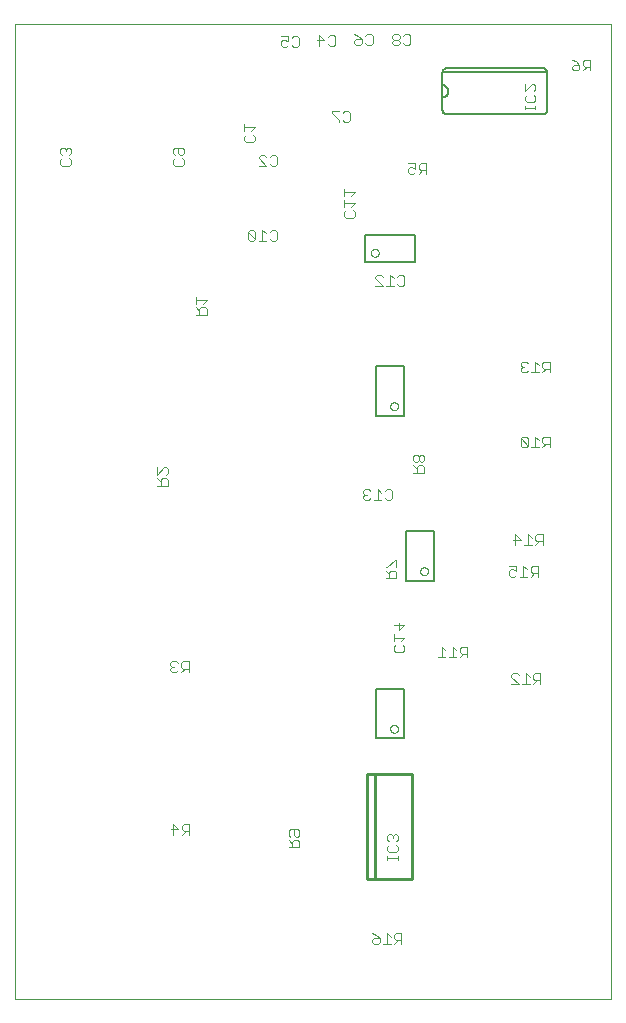
<source format=gbo>
G75*
%MOIN*%
%OFA0B0*%
%FSLAX25Y25*%
%IPPOS*%
%LPD*%
%AMOC8*
5,1,8,0,0,1.08239X$1,22.5*
%
%ADD10C,0.00000*%
%ADD11C,0.01000*%
%ADD12C,0.00300*%
%ADD13C,0.00600*%
%ADD14C,0.00400*%
%ADD15C,0.00800*%
D10*
X0003000Y0001000D02*
X0003000Y0325961D01*
X0201701Y0325961D01*
X0201701Y0001000D01*
X0003000Y0001000D01*
D11*
X0120500Y0041000D02*
X0120500Y0076000D01*
X0123000Y0076000D01*
X0123000Y0041000D01*
X0120500Y0041000D01*
X0123000Y0041000D02*
X0135500Y0041000D01*
X0135500Y0076000D01*
X0123000Y0076000D01*
D12*
X0127746Y0055819D02*
X0127139Y0055213D01*
X0127139Y0053999D01*
X0127746Y0053393D01*
X0127746Y0052194D02*
X0127139Y0051588D01*
X0127139Y0050374D01*
X0127746Y0049767D01*
X0130173Y0049767D01*
X0130779Y0050374D01*
X0130779Y0051588D01*
X0130173Y0052194D01*
X0130173Y0053393D02*
X0130779Y0053999D01*
X0130779Y0055213D01*
X0130173Y0055819D01*
X0129566Y0055819D01*
X0128959Y0055213D01*
X0128353Y0055819D01*
X0127746Y0055819D01*
X0128959Y0055213D02*
X0128959Y0054606D01*
X0127139Y0048564D02*
X0127139Y0047351D01*
X0127139Y0047957D02*
X0130779Y0047957D01*
X0130779Y0047351D02*
X0130779Y0048564D01*
X0130020Y0022889D02*
X0129413Y0022282D01*
X0129413Y0021069D01*
X0130020Y0020462D01*
X0131840Y0020462D01*
X0131840Y0019249D02*
X0131840Y0022889D01*
X0130020Y0022889D01*
X0128214Y0021676D02*
X0127001Y0022889D01*
X0127001Y0019249D01*
X0128214Y0019249D02*
X0125788Y0019249D01*
X0124589Y0019855D02*
X0124589Y0021069D01*
X0122769Y0021069D01*
X0122163Y0020462D01*
X0122163Y0019855D01*
X0122769Y0019249D01*
X0123983Y0019249D01*
X0124589Y0019855D01*
X0124589Y0021069D02*
X0123376Y0022282D01*
X0122163Y0022889D01*
X0129413Y0019249D02*
X0130626Y0020462D01*
X0097853Y0051400D02*
X0097853Y0053220D01*
X0097246Y0053826D01*
X0096033Y0053826D01*
X0095426Y0053220D01*
X0095426Y0051400D01*
X0094213Y0051400D02*
X0097853Y0051400D01*
X0095426Y0052613D02*
X0094213Y0053826D01*
X0094820Y0055025D02*
X0094213Y0055632D01*
X0094213Y0056845D01*
X0094820Y0057452D01*
X0097246Y0057452D01*
X0097853Y0056845D01*
X0097853Y0055632D01*
X0097246Y0055025D01*
X0096640Y0055025D01*
X0096033Y0055632D01*
X0096033Y0057452D01*
X0061126Y0056847D02*
X0059306Y0056847D01*
X0058699Y0057454D01*
X0058699Y0058667D01*
X0059306Y0059274D01*
X0061126Y0059274D01*
X0061126Y0055634D01*
X0059913Y0056847D02*
X0058699Y0055634D01*
X0057501Y0057454D02*
X0055074Y0057454D01*
X0055681Y0055634D02*
X0055681Y0059274D01*
X0057501Y0057454D01*
X0056642Y0109769D02*
X0057248Y0110375D01*
X0056642Y0109769D02*
X0055428Y0109769D01*
X0054822Y0110375D01*
X0054822Y0110982D01*
X0055428Y0111589D01*
X0056035Y0111589D01*
X0055428Y0111589D02*
X0054822Y0112195D01*
X0054822Y0112802D01*
X0055428Y0113409D01*
X0056642Y0113409D01*
X0057248Y0112802D01*
X0058447Y0112802D02*
X0058447Y0111589D01*
X0059053Y0110982D01*
X0060873Y0110982D01*
X0059660Y0110982D02*
X0058447Y0109769D01*
X0058447Y0112802D02*
X0059053Y0113409D01*
X0060873Y0113409D01*
X0060873Y0109769D01*
X0053967Y0172026D02*
X0050327Y0172026D01*
X0051541Y0172026D02*
X0051541Y0173846D01*
X0052147Y0174453D01*
X0053361Y0174453D01*
X0053967Y0173846D01*
X0053967Y0172026D01*
X0051541Y0173239D02*
X0050327Y0174453D01*
X0050327Y0175651D02*
X0052754Y0178078D01*
X0053361Y0178078D01*
X0053967Y0177471D01*
X0053967Y0176258D01*
X0053361Y0175651D01*
X0050327Y0175651D02*
X0050327Y0178078D01*
X0063308Y0228986D02*
X0066948Y0228986D01*
X0066948Y0230806D01*
X0066341Y0231413D01*
X0065128Y0231413D01*
X0064521Y0230806D01*
X0064521Y0228986D01*
X0064521Y0230199D02*
X0063308Y0231413D01*
X0063308Y0232611D02*
X0063308Y0235038D01*
X0063308Y0233824D02*
X0066948Y0233824D01*
X0065735Y0232611D01*
X0081280Y0253650D02*
X0080673Y0254257D01*
X0080673Y0256683D01*
X0083100Y0254257D01*
X0082493Y0253650D01*
X0081280Y0253650D01*
X0083100Y0254257D02*
X0083100Y0256683D01*
X0082493Y0257290D01*
X0081280Y0257290D01*
X0080673Y0256683D01*
X0084298Y0253650D02*
X0086725Y0253650D01*
X0085512Y0253650D02*
X0085512Y0257290D01*
X0086725Y0256077D01*
X0087923Y0256683D02*
X0088530Y0257290D01*
X0089743Y0257290D01*
X0090350Y0256683D01*
X0090350Y0254257D01*
X0089743Y0253650D01*
X0088530Y0253650D01*
X0087923Y0254257D01*
X0088530Y0278650D02*
X0087923Y0279257D01*
X0088530Y0278650D02*
X0089743Y0278650D01*
X0090350Y0279257D01*
X0090350Y0281683D01*
X0089743Y0282290D01*
X0088530Y0282290D01*
X0087923Y0281683D01*
X0086725Y0281683D02*
X0086118Y0282290D01*
X0084905Y0282290D01*
X0084298Y0281683D01*
X0084298Y0281077D01*
X0086725Y0278650D01*
X0084298Y0278650D01*
X0082395Y0286543D02*
X0079968Y0286543D01*
X0079361Y0287150D01*
X0079361Y0288363D01*
X0079968Y0288970D01*
X0079361Y0290168D02*
X0079361Y0292595D01*
X0079361Y0291382D02*
X0083001Y0291382D01*
X0081788Y0290168D01*
X0082395Y0288970D02*
X0083001Y0288363D01*
X0083001Y0287150D01*
X0082395Y0286543D01*
X0092208Y0318264D02*
X0093421Y0318264D01*
X0094028Y0318871D01*
X0095227Y0318871D02*
X0095833Y0318264D01*
X0097047Y0318264D01*
X0097653Y0318871D01*
X0097653Y0321298D01*
X0097047Y0321904D01*
X0095833Y0321904D01*
X0095227Y0321298D01*
X0094028Y0321904D02*
X0094028Y0320084D01*
X0092815Y0320691D01*
X0092208Y0320691D01*
X0091601Y0320084D01*
X0091601Y0318871D01*
X0092208Y0318264D01*
X0091601Y0321904D02*
X0094028Y0321904D01*
X0103760Y0320439D02*
X0106186Y0320439D01*
X0104366Y0322259D01*
X0104366Y0318619D01*
X0107385Y0319226D02*
X0107991Y0318619D01*
X0109205Y0318619D01*
X0109811Y0319226D01*
X0109811Y0321652D01*
X0109205Y0322259D01*
X0107991Y0322259D01*
X0107385Y0321652D01*
X0116195Y0322531D02*
X0117408Y0321924D01*
X0118622Y0320711D01*
X0116802Y0320711D01*
X0116195Y0320104D01*
X0116195Y0319497D01*
X0116802Y0318891D01*
X0118015Y0318891D01*
X0118622Y0319497D01*
X0118622Y0320711D01*
X0119820Y0321924D02*
X0120427Y0322531D01*
X0121640Y0322531D01*
X0122247Y0321924D01*
X0122247Y0319497D01*
X0121640Y0318891D01*
X0120427Y0318891D01*
X0119820Y0319497D01*
X0128770Y0319430D02*
X0129377Y0318823D01*
X0130590Y0318823D01*
X0131197Y0319430D01*
X0131197Y0320037D01*
X0130590Y0320643D01*
X0129377Y0320643D01*
X0128770Y0320037D01*
X0128770Y0319430D01*
X0129377Y0320643D02*
X0128770Y0321250D01*
X0128770Y0321857D01*
X0129377Y0322463D01*
X0130590Y0322463D01*
X0131197Y0321857D01*
X0131197Y0321250D01*
X0130590Y0320643D01*
X0132395Y0319430D02*
X0133002Y0318823D01*
X0134215Y0318823D01*
X0134822Y0319430D01*
X0134822Y0321857D01*
X0134215Y0322463D01*
X0133002Y0322463D01*
X0132395Y0321857D01*
X0114039Y0296930D02*
X0114645Y0296323D01*
X0114645Y0293897D01*
X0114039Y0293290D01*
X0112825Y0293290D01*
X0112219Y0293897D01*
X0111020Y0293897D02*
X0111020Y0293290D01*
X0111020Y0293897D02*
X0108594Y0296323D01*
X0108594Y0296930D01*
X0111020Y0296930D01*
X0112219Y0296323D02*
X0112825Y0296930D01*
X0114039Y0296930D01*
X0112620Y0270959D02*
X0112620Y0268533D01*
X0112620Y0267334D02*
X0112620Y0264907D01*
X0112620Y0266121D02*
X0116260Y0266121D01*
X0115047Y0264907D01*
X0115653Y0263709D02*
X0116260Y0263102D01*
X0116260Y0261889D01*
X0115653Y0261282D01*
X0113227Y0261282D01*
X0112620Y0261889D01*
X0112620Y0263102D01*
X0113227Y0263709D01*
X0115047Y0268533D02*
X0116260Y0269746D01*
X0112620Y0269746D01*
X0123780Y0242290D02*
X0123173Y0241683D01*
X0123173Y0241077D01*
X0125600Y0238650D01*
X0123173Y0238650D01*
X0123780Y0242290D02*
X0124993Y0242290D01*
X0125600Y0241683D01*
X0126798Y0238650D02*
X0129225Y0238650D01*
X0128012Y0238650D02*
X0128012Y0242290D01*
X0129225Y0241077D01*
X0130423Y0241683D02*
X0131030Y0242290D01*
X0132243Y0242290D01*
X0132850Y0241683D01*
X0132850Y0239257D01*
X0132243Y0238650D01*
X0131030Y0238650D01*
X0130423Y0239257D01*
X0134597Y0275835D02*
X0135811Y0275835D01*
X0136417Y0276442D01*
X0136417Y0277655D02*
X0135204Y0278262D01*
X0134597Y0278262D01*
X0133990Y0277655D01*
X0133990Y0276442D01*
X0134597Y0275835D01*
X0136417Y0277655D02*
X0136417Y0279475D01*
X0133990Y0279475D01*
X0137616Y0278868D02*
X0137616Y0277655D01*
X0138222Y0277048D01*
X0140042Y0277048D01*
X0140042Y0275835D02*
X0140042Y0279475D01*
X0138222Y0279475D01*
X0137616Y0278868D01*
X0138829Y0277048D02*
X0137616Y0275835D01*
X0172155Y0213353D02*
X0171548Y0212746D01*
X0171548Y0212140D01*
X0172155Y0211533D01*
X0171548Y0210926D01*
X0171548Y0210320D01*
X0172155Y0209713D01*
X0173368Y0209713D01*
X0173975Y0210320D01*
X0175174Y0209713D02*
X0177600Y0209713D01*
X0178799Y0209713D02*
X0180012Y0210926D01*
X0179405Y0210926D02*
X0181225Y0210926D01*
X0181225Y0209713D02*
X0181225Y0213353D01*
X0179405Y0213353D01*
X0178799Y0212746D01*
X0178799Y0211533D01*
X0179405Y0210926D01*
X0177600Y0212140D02*
X0176387Y0213353D01*
X0176387Y0209713D01*
X0173975Y0212746D02*
X0173368Y0213353D01*
X0172155Y0213353D01*
X0172155Y0211533D02*
X0172762Y0211533D01*
X0173368Y0188353D02*
X0172155Y0188353D01*
X0171548Y0187746D01*
X0173975Y0185320D01*
X0173368Y0184713D01*
X0172155Y0184713D01*
X0171548Y0185320D01*
X0171548Y0187746D01*
X0173368Y0188353D02*
X0173975Y0187746D01*
X0173975Y0185320D01*
X0175174Y0184713D02*
X0177600Y0184713D01*
X0178799Y0184713D02*
X0180012Y0185926D01*
X0179405Y0185926D02*
X0181225Y0185926D01*
X0181225Y0184713D02*
X0181225Y0188353D01*
X0179405Y0188353D01*
X0178799Y0187746D01*
X0178799Y0186533D01*
X0179405Y0185926D01*
X0177600Y0187140D02*
X0176387Y0188353D01*
X0176387Y0184713D01*
X0177047Y0155853D02*
X0176440Y0155246D01*
X0176440Y0154033D01*
X0177047Y0153426D01*
X0178867Y0153426D01*
X0178867Y0152213D02*
X0178867Y0155853D01*
X0177047Y0155853D01*
X0175242Y0154640D02*
X0174028Y0155853D01*
X0174028Y0152213D01*
X0172815Y0152213D02*
X0175242Y0152213D01*
X0176440Y0152213D02*
X0177654Y0153426D01*
X0177336Y0145287D02*
X0175516Y0145287D01*
X0174909Y0144680D01*
X0174909Y0143467D01*
X0175516Y0142860D01*
X0177336Y0142860D01*
X0176123Y0142860D02*
X0174909Y0141647D01*
X0173711Y0141647D02*
X0171284Y0141647D01*
X0172498Y0141647D02*
X0172498Y0145287D01*
X0173711Y0144073D01*
X0170086Y0143467D02*
X0168873Y0144073D01*
X0168266Y0144073D01*
X0167659Y0143467D01*
X0167659Y0142253D01*
X0168266Y0141647D01*
X0169479Y0141647D01*
X0170086Y0142253D01*
X0170086Y0143467D02*
X0170086Y0145287D01*
X0167659Y0145287D01*
X0169797Y0152213D02*
X0169797Y0155853D01*
X0171617Y0154033D01*
X0169190Y0154033D01*
X0177336Y0145287D02*
X0177336Y0141647D01*
X0178188Y0109476D02*
X0176368Y0109476D01*
X0175761Y0108869D01*
X0175761Y0107656D01*
X0176368Y0107049D01*
X0178188Y0107049D01*
X0178188Y0105836D02*
X0178188Y0109476D01*
X0176975Y0107049D02*
X0175761Y0105836D01*
X0174563Y0105836D02*
X0172136Y0105836D01*
X0170938Y0105836D02*
X0168511Y0108262D01*
X0168511Y0108869D01*
X0169118Y0109476D01*
X0170331Y0109476D01*
X0170938Y0108869D01*
X0173349Y0109476D02*
X0173349Y0105836D01*
X0170938Y0105836D02*
X0168511Y0105836D01*
X0173349Y0109476D02*
X0174563Y0108262D01*
X0153725Y0114713D02*
X0153725Y0118353D01*
X0151905Y0118353D01*
X0151299Y0117746D01*
X0151299Y0116533D01*
X0151905Y0115926D01*
X0153725Y0115926D01*
X0152512Y0115926D02*
X0151299Y0114713D01*
X0150100Y0114713D02*
X0147674Y0114713D01*
X0146475Y0114713D02*
X0144048Y0114713D01*
X0145262Y0114713D02*
X0145262Y0118353D01*
X0146475Y0117140D01*
X0148887Y0118353D02*
X0148887Y0114713D01*
X0150100Y0117140D02*
X0148887Y0118353D01*
X0132847Y0118340D02*
X0132847Y0117126D01*
X0132240Y0116520D01*
X0129813Y0116520D01*
X0129207Y0117126D01*
X0129207Y0118340D01*
X0129813Y0118947D01*
X0129207Y0120145D02*
X0129207Y0122572D01*
X0129207Y0121358D02*
X0132847Y0121358D01*
X0131633Y0120145D01*
X0132240Y0118947D02*
X0132847Y0118340D01*
X0131027Y0123770D02*
X0131027Y0126197D01*
X0132847Y0125590D02*
X0131027Y0123770D01*
X0129207Y0125590D02*
X0132847Y0125590D01*
X0130184Y0141243D02*
X0126544Y0141243D01*
X0127758Y0141243D02*
X0127758Y0143063D01*
X0128364Y0143669D01*
X0129578Y0143669D01*
X0130184Y0143063D01*
X0130184Y0141243D01*
X0127758Y0142456D02*
X0126544Y0143669D01*
X0126544Y0144868D02*
X0127151Y0144868D01*
X0129578Y0147294D01*
X0130184Y0147294D01*
X0130184Y0144868D01*
X0128119Y0167213D02*
X0126905Y0167213D01*
X0126299Y0167820D01*
X0125100Y0167213D02*
X0122674Y0167213D01*
X0123887Y0167213D02*
X0123887Y0170853D01*
X0125100Y0169640D01*
X0126299Y0170246D02*
X0126905Y0170853D01*
X0128119Y0170853D01*
X0128725Y0170246D01*
X0128725Y0167820D01*
X0128119Y0167213D01*
X0135798Y0176315D02*
X0139438Y0176315D01*
X0139438Y0178135D01*
X0138831Y0178741D01*
X0137618Y0178741D01*
X0137011Y0178135D01*
X0137011Y0176315D01*
X0137011Y0177528D02*
X0135798Y0178741D01*
X0136404Y0179940D02*
X0135798Y0180546D01*
X0135798Y0181760D01*
X0136404Y0182366D01*
X0137011Y0182366D01*
X0137618Y0181760D01*
X0137618Y0180546D01*
X0138225Y0179940D01*
X0138831Y0179940D01*
X0139438Y0180546D01*
X0139438Y0181760D01*
X0138831Y0182366D01*
X0138225Y0182366D01*
X0137618Y0181760D01*
X0137618Y0180546D02*
X0137011Y0179940D01*
X0136404Y0179940D01*
X0121475Y0170246D02*
X0120868Y0170853D01*
X0119655Y0170853D01*
X0119048Y0170246D01*
X0119048Y0169640D01*
X0119655Y0169033D01*
X0119048Y0168426D01*
X0119048Y0167820D01*
X0119655Y0167213D01*
X0120868Y0167213D01*
X0121475Y0167820D01*
X0120262Y0169033D02*
X0119655Y0169033D01*
X0058683Y0278650D02*
X0056257Y0278650D01*
X0055650Y0279257D01*
X0055650Y0280470D01*
X0056257Y0281077D01*
X0056257Y0282275D02*
X0055650Y0282882D01*
X0055650Y0284095D01*
X0056257Y0284702D01*
X0058683Y0284702D01*
X0059290Y0284095D01*
X0059290Y0282882D01*
X0058683Y0282275D01*
X0058077Y0282275D01*
X0057470Y0282882D01*
X0057470Y0284702D01*
X0058683Y0281077D02*
X0059290Y0280470D01*
X0059290Y0279257D01*
X0058683Y0278650D01*
X0021790Y0279257D02*
X0021183Y0278650D01*
X0018757Y0278650D01*
X0018150Y0279257D01*
X0018150Y0280470D01*
X0018757Y0281077D01*
X0018757Y0282275D02*
X0018150Y0282882D01*
X0018150Y0284095D01*
X0018757Y0284702D01*
X0019363Y0284702D01*
X0019970Y0284095D01*
X0019970Y0283488D01*
X0019970Y0284095D02*
X0020577Y0284702D01*
X0021183Y0284702D01*
X0021790Y0284095D01*
X0021790Y0282882D01*
X0021183Y0282275D01*
X0021183Y0281077D02*
X0021790Y0280470D01*
X0021790Y0279257D01*
X0188710Y0310998D02*
X0188710Y0311605D01*
X0189317Y0312212D01*
X0191137Y0312212D01*
X0191137Y0310998D01*
X0190530Y0310392D01*
X0189317Y0310392D01*
X0188710Y0310998D01*
X0189923Y0313425D02*
X0191137Y0312212D01*
X0192335Y0312212D02*
X0192942Y0311605D01*
X0194762Y0311605D01*
X0194762Y0310392D02*
X0194762Y0314032D01*
X0192942Y0314032D01*
X0192335Y0313425D01*
X0192335Y0312212D01*
X0193549Y0311605D02*
X0192335Y0310392D01*
X0189923Y0313425D02*
X0188710Y0314032D01*
D13*
X0180500Y0309800D02*
X0145500Y0309800D01*
X0145500Y0309700D02*
X0145500Y0305500D01*
X0145500Y0301500D01*
X0145500Y0297300D01*
X0145502Y0297224D01*
X0145508Y0297148D01*
X0145517Y0297073D01*
X0145531Y0296998D01*
X0145548Y0296924D01*
X0145569Y0296851D01*
X0145593Y0296779D01*
X0145622Y0296708D01*
X0145653Y0296639D01*
X0145688Y0296572D01*
X0145727Y0296507D01*
X0145769Y0296443D01*
X0145814Y0296382D01*
X0145862Y0296323D01*
X0145913Y0296267D01*
X0145967Y0296213D01*
X0146023Y0296162D01*
X0146082Y0296114D01*
X0146143Y0296069D01*
X0146207Y0296027D01*
X0146272Y0295988D01*
X0146339Y0295953D01*
X0146408Y0295922D01*
X0146479Y0295893D01*
X0146551Y0295869D01*
X0146624Y0295848D01*
X0146698Y0295831D01*
X0146773Y0295817D01*
X0146848Y0295808D01*
X0146924Y0295802D01*
X0147000Y0295800D01*
X0179000Y0295800D01*
X0179076Y0295802D01*
X0179152Y0295808D01*
X0179227Y0295817D01*
X0179302Y0295831D01*
X0179376Y0295848D01*
X0179449Y0295869D01*
X0179521Y0295893D01*
X0179592Y0295922D01*
X0179661Y0295953D01*
X0179728Y0295988D01*
X0179793Y0296027D01*
X0179857Y0296069D01*
X0179918Y0296114D01*
X0179977Y0296162D01*
X0180033Y0296213D01*
X0180087Y0296267D01*
X0180138Y0296323D01*
X0180186Y0296382D01*
X0180231Y0296443D01*
X0180273Y0296507D01*
X0180312Y0296572D01*
X0180347Y0296639D01*
X0180378Y0296708D01*
X0180407Y0296779D01*
X0180431Y0296851D01*
X0180452Y0296924D01*
X0180469Y0296998D01*
X0180483Y0297073D01*
X0180492Y0297148D01*
X0180498Y0297224D01*
X0180500Y0297300D01*
X0180500Y0309700D01*
X0180498Y0309776D01*
X0180492Y0309852D01*
X0180483Y0309927D01*
X0180469Y0310002D01*
X0180452Y0310076D01*
X0180431Y0310149D01*
X0180407Y0310221D01*
X0180378Y0310292D01*
X0180347Y0310361D01*
X0180312Y0310428D01*
X0180273Y0310493D01*
X0180231Y0310557D01*
X0180186Y0310618D01*
X0180138Y0310677D01*
X0180087Y0310733D01*
X0180033Y0310787D01*
X0179977Y0310838D01*
X0179918Y0310886D01*
X0179857Y0310931D01*
X0179793Y0310973D01*
X0179728Y0311012D01*
X0179661Y0311047D01*
X0179592Y0311078D01*
X0179521Y0311107D01*
X0179449Y0311131D01*
X0179376Y0311152D01*
X0179302Y0311169D01*
X0179227Y0311183D01*
X0179152Y0311192D01*
X0179076Y0311198D01*
X0179000Y0311200D01*
X0147000Y0311200D01*
X0146924Y0311198D01*
X0146848Y0311192D01*
X0146773Y0311183D01*
X0146698Y0311169D01*
X0146624Y0311152D01*
X0146551Y0311131D01*
X0146479Y0311107D01*
X0146408Y0311078D01*
X0146339Y0311047D01*
X0146272Y0311012D01*
X0146207Y0310973D01*
X0146143Y0310931D01*
X0146082Y0310886D01*
X0146023Y0310838D01*
X0145967Y0310787D01*
X0145913Y0310733D01*
X0145862Y0310677D01*
X0145814Y0310618D01*
X0145769Y0310557D01*
X0145727Y0310493D01*
X0145688Y0310428D01*
X0145653Y0310361D01*
X0145622Y0310292D01*
X0145593Y0310221D01*
X0145569Y0310149D01*
X0145548Y0310076D01*
X0145531Y0310002D01*
X0145517Y0309927D01*
X0145508Y0309852D01*
X0145502Y0309776D01*
X0145500Y0309700D01*
X0145500Y0305500D02*
X0145588Y0305498D01*
X0145677Y0305492D01*
X0145765Y0305482D01*
X0145852Y0305469D01*
X0145939Y0305451D01*
X0146025Y0305430D01*
X0146110Y0305405D01*
X0146193Y0305376D01*
X0146276Y0305343D01*
X0146356Y0305307D01*
X0146435Y0305268D01*
X0146513Y0305225D01*
X0146588Y0305178D01*
X0146661Y0305128D01*
X0146732Y0305075D01*
X0146801Y0305019D01*
X0146867Y0304960D01*
X0146930Y0304898D01*
X0146990Y0304834D01*
X0147048Y0304767D01*
X0147102Y0304697D01*
X0147154Y0304625D01*
X0147202Y0304551D01*
X0147247Y0304474D01*
X0147288Y0304396D01*
X0147326Y0304316D01*
X0147360Y0304235D01*
X0147391Y0304152D01*
X0147418Y0304067D01*
X0147441Y0303982D01*
X0147460Y0303896D01*
X0147476Y0303808D01*
X0147488Y0303721D01*
X0147496Y0303633D01*
X0147500Y0303544D01*
X0147500Y0303456D01*
X0147496Y0303367D01*
X0147488Y0303279D01*
X0147476Y0303192D01*
X0147460Y0303104D01*
X0147441Y0303018D01*
X0147418Y0302933D01*
X0147391Y0302848D01*
X0147360Y0302765D01*
X0147326Y0302684D01*
X0147288Y0302604D01*
X0147247Y0302526D01*
X0147202Y0302449D01*
X0147154Y0302375D01*
X0147102Y0302303D01*
X0147048Y0302233D01*
X0146990Y0302166D01*
X0146930Y0302102D01*
X0146867Y0302040D01*
X0146801Y0301981D01*
X0146732Y0301925D01*
X0146661Y0301872D01*
X0146588Y0301822D01*
X0146513Y0301775D01*
X0146435Y0301732D01*
X0146356Y0301693D01*
X0146276Y0301657D01*
X0146193Y0301624D01*
X0146110Y0301595D01*
X0146025Y0301570D01*
X0145939Y0301549D01*
X0145852Y0301531D01*
X0145765Y0301518D01*
X0145677Y0301508D01*
X0145588Y0301502D01*
X0145500Y0301500D01*
D14*
X0172958Y0301613D02*
X0173548Y0302203D01*
X0172958Y0301613D02*
X0172958Y0300433D01*
X0173548Y0299843D01*
X0175908Y0299843D01*
X0176498Y0300433D01*
X0176498Y0301613D01*
X0175908Y0302203D01*
X0175908Y0303468D02*
X0176498Y0304058D01*
X0176498Y0305238D01*
X0175908Y0305828D01*
X0175318Y0305828D01*
X0172958Y0303468D01*
X0172958Y0305828D01*
X0172958Y0298606D02*
X0172958Y0297426D01*
X0172958Y0298016D02*
X0176498Y0298016D01*
X0176498Y0297426D02*
X0176498Y0298606D01*
X0121622Y0249606D02*
X0121624Y0249678D01*
X0121630Y0249750D01*
X0121640Y0249821D01*
X0121653Y0249892D01*
X0121671Y0249962D01*
X0121692Y0250031D01*
X0121717Y0250098D01*
X0121746Y0250164D01*
X0121778Y0250229D01*
X0121814Y0250291D01*
X0121853Y0250352D01*
X0121895Y0250410D01*
X0121941Y0250466D01*
X0121989Y0250519D01*
X0122041Y0250570D01*
X0122095Y0250618D01*
X0122151Y0250662D01*
X0122210Y0250704D01*
X0122271Y0250742D01*
X0122334Y0250777D01*
X0122399Y0250809D01*
X0122466Y0250836D01*
X0122533Y0250860D01*
X0122603Y0250881D01*
X0122673Y0250897D01*
X0122744Y0250910D01*
X0122815Y0250919D01*
X0122887Y0250924D01*
X0122959Y0250925D01*
X0123031Y0250922D01*
X0123103Y0250915D01*
X0123174Y0250904D01*
X0123245Y0250890D01*
X0123314Y0250871D01*
X0123383Y0250849D01*
X0123450Y0250823D01*
X0123516Y0250793D01*
X0123580Y0250760D01*
X0123642Y0250724D01*
X0123702Y0250684D01*
X0123759Y0250640D01*
X0123815Y0250594D01*
X0123867Y0250545D01*
X0123917Y0250493D01*
X0123964Y0250438D01*
X0124008Y0250381D01*
X0124049Y0250322D01*
X0124086Y0250260D01*
X0124120Y0250197D01*
X0124151Y0250131D01*
X0124178Y0250065D01*
X0124201Y0249996D01*
X0124220Y0249927D01*
X0124236Y0249857D01*
X0124248Y0249786D01*
X0124256Y0249714D01*
X0124260Y0249642D01*
X0124260Y0249570D01*
X0124256Y0249498D01*
X0124248Y0249426D01*
X0124236Y0249355D01*
X0124220Y0249285D01*
X0124201Y0249216D01*
X0124178Y0249147D01*
X0124151Y0249081D01*
X0124120Y0249015D01*
X0124086Y0248952D01*
X0124049Y0248890D01*
X0124008Y0248831D01*
X0123964Y0248774D01*
X0123917Y0248719D01*
X0123867Y0248667D01*
X0123815Y0248618D01*
X0123759Y0248572D01*
X0123702Y0248528D01*
X0123642Y0248488D01*
X0123580Y0248452D01*
X0123516Y0248419D01*
X0123450Y0248389D01*
X0123383Y0248363D01*
X0123314Y0248341D01*
X0123245Y0248322D01*
X0123174Y0248308D01*
X0123103Y0248297D01*
X0123031Y0248290D01*
X0122959Y0248287D01*
X0122887Y0248288D01*
X0122815Y0248293D01*
X0122744Y0248302D01*
X0122673Y0248315D01*
X0122603Y0248331D01*
X0122533Y0248352D01*
X0122466Y0248376D01*
X0122399Y0248403D01*
X0122334Y0248435D01*
X0122271Y0248470D01*
X0122210Y0248508D01*
X0122151Y0248550D01*
X0122095Y0248594D01*
X0122041Y0248642D01*
X0121989Y0248693D01*
X0121941Y0248746D01*
X0121895Y0248802D01*
X0121853Y0248860D01*
X0121814Y0248921D01*
X0121778Y0248983D01*
X0121746Y0249048D01*
X0121717Y0249114D01*
X0121692Y0249181D01*
X0121671Y0249250D01*
X0121653Y0249320D01*
X0121640Y0249391D01*
X0121630Y0249462D01*
X0121624Y0249534D01*
X0121622Y0249606D01*
X0128075Y0198441D02*
X0128077Y0198513D01*
X0128083Y0198585D01*
X0128093Y0198656D01*
X0128106Y0198727D01*
X0128124Y0198797D01*
X0128145Y0198866D01*
X0128170Y0198933D01*
X0128199Y0198999D01*
X0128231Y0199064D01*
X0128267Y0199126D01*
X0128306Y0199187D01*
X0128348Y0199245D01*
X0128394Y0199301D01*
X0128442Y0199354D01*
X0128494Y0199405D01*
X0128548Y0199453D01*
X0128604Y0199497D01*
X0128663Y0199539D01*
X0128724Y0199577D01*
X0128787Y0199612D01*
X0128852Y0199644D01*
X0128919Y0199671D01*
X0128986Y0199695D01*
X0129056Y0199716D01*
X0129126Y0199732D01*
X0129197Y0199745D01*
X0129268Y0199754D01*
X0129340Y0199759D01*
X0129412Y0199760D01*
X0129484Y0199757D01*
X0129556Y0199750D01*
X0129627Y0199739D01*
X0129698Y0199725D01*
X0129767Y0199706D01*
X0129836Y0199684D01*
X0129903Y0199658D01*
X0129969Y0199628D01*
X0130033Y0199595D01*
X0130095Y0199559D01*
X0130155Y0199519D01*
X0130212Y0199475D01*
X0130268Y0199429D01*
X0130320Y0199380D01*
X0130370Y0199328D01*
X0130417Y0199273D01*
X0130461Y0199216D01*
X0130502Y0199157D01*
X0130539Y0199095D01*
X0130573Y0199032D01*
X0130604Y0198966D01*
X0130631Y0198900D01*
X0130654Y0198831D01*
X0130673Y0198762D01*
X0130689Y0198692D01*
X0130701Y0198621D01*
X0130709Y0198549D01*
X0130713Y0198477D01*
X0130713Y0198405D01*
X0130709Y0198333D01*
X0130701Y0198261D01*
X0130689Y0198190D01*
X0130673Y0198120D01*
X0130654Y0198051D01*
X0130631Y0197982D01*
X0130604Y0197916D01*
X0130573Y0197850D01*
X0130539Y0197787D01*
X0130502Y0197725D01*
X0130461Y0197666D01*
X0130417Y0197609D01*
X0130370Y0197554D01*
X0130320Y0197502D01*
X0130268Y0197453D01*
X0130212Y0197407D01*
X0130155Y0197363D01*
X0130095Y0197323D01*
X0130033Y0197287D01*
X0129969Y0197254D01*
X0129903Y0197224D01*
X0129836Y0197198D01*
X0129767Y0197176D01*
X0129698Y0197157D01*
X0129627Y0197143D01*
X0129556Y0197132D01*
X0129484Y0197125D01*
X0129412Y0197122D01*
X0129340Y0197123D01*
X0129268Y0197128D01*
X0129197Y0197137D01*
X0129126Y0197150D01*
X0129056Y0197166D01*
X0128986Y0197187D01*
X0128919Y0197211D01*
X0128852Y0197238D01*
X0128787Y0197270D01*
X0128724Y0197305D01*
X0128663Y0197343D01*
X0128604Y0197385D01*
X0128548Y0197429D01*
X0128494Y0197477D01*
X0128442Y0197528D01*
X0128394Y0197581D01*
X0128348Y0197637D01*
X0128306Y0197695D01*
X0128267Y0197756D01*
X0128231Y0197818D01*
X0128199Y0197883D01*
X0128170Y0197949D01*
X0128145Y0198016D01*
X0128124Y0198085D01*
X0128106Y0198155D01*
X0128093Y0198226D01*
X0128083Y0198297D01*
X0128077Y0198369D01*
X0128075Y0198441D01*
X0138075Y0143441D02*
X0138077Y0143513D01*
X0138083Y0143585D01*
X0138093Y0143656D01*
X0138106Y0143727D01*
X0138124Y0143797D01*
X0138145Y0143866D01*
X0138170Y0143933D01*
X0138199Y0143999D01*
X0138231Y0144064D01*
X0138267Y0144126D01*
X0138306Y0144187D01*
X0138348Y0144245D01*
X0138394Y0144301D01*
X0138442Y0144354D01*
X0138494Y0144405D01*
X0138548Y0144453D01*
X0138604Y0144497D01*
X0138663Y0144539D01*
X0138724Y0144577D01*
X0138787Y0144612D01*
X0138852Y0144644D01*
X0138919Y0144671D01*
X0138986Y0144695D01*
X0139056Y0144716D01*
X0139126Y0144732D01*
X0139197Y0144745D01*
X0139268Y0144754D01*
X0139340Y0144759D01*
X0139412Y0144760D01*
X0139484Y0144757D01*
X0139556Y0144750D01*
X0139627Y0144739D01*
X0139698Y0144725D01*
X0139767Y0144706D01*
X0139836Y0144684D01*
X0139903Y0144658D01*
X0139969Y0144628D01*
X0140033Y0144595D01*
X0140095Y0144559D01*
X0140155Y0144519D01*
X0140212Y0144475D01*
X0140268Y0144429D01*
X0140320Y0144380D01*
X0140370Y0144328D01*
X0140417Y0144273D01*
X0140461Y0144216D01*
X0140502Y0144157D01*
X0140539Y0144095D01*
X0140573Y0144032D01*
X0140604Y0143966D01*
X0140631Y0143900D01*
X0140654Y0143831D01*
X0140673Y0143762D01*
X0140689Y0143692D01*
X0140701Y0143621D01*
X0140709Y0143549D01*
X0140713Y0143477D01*
X0140713Y0143405D01*
X0140709Y0143333D01*
X0140701Y0143261D01*
X0140689Y0143190D01*
X0140673Y0143120D01*
X0140654Y0143051D01*
X0140631Y0142982D01*
X0140604Y0142916D01*
X0140573Y0142850D01*
X0140539Y0142787D01*
X0140502Y0142725D01*
X0140461Y0142666D01*
X0140417Y0142609D01*
X0140370Y0142554D01*
X0140320Y0142502D01*
X0140268Y0142453D01*
X0140212Y0142407D01*
X0140155Y0142363D01*
X0140095Y0142323D01*
X0140033Y0142287D01*
X0139969Y0142254D01*
X0139903Y0142224D01*
X0139836Y0142198D01*
X0139767Y0142176D01*
X0139698Y0142157D01*
X0139627Y0142143D01*
X0139556Y0142132D01*
X0139484Y0142125D01*
X0139412Y0142122D01*
X0139340Y0142123D01*
X0139268Y0142128D01*
X0139197Y0142137D01*
X0139126Y0142150D01*
X0139056Y0142166D01*
X0138986Y0142187D01*
X0138919Y0142211D01*
X0138852Y0142238D01*
X0138787Y0142270D01*
X0138724Y0142305D01*
X0138663Y0142343D01*
X0138604Y0142385D01*
X0138548Y0142429D01*
X0138494Y0142477D01*
X0138442Y0142528D01*
X0138394Y0142581D01*
X0138348Y0142637D01*
X0138306Y0142695D01*
X0138267Y0142756D01*
X0138231Y0142818D01*
X0138199Y0142883D01*
X0138170Y0142949D01*
X0138145Y0143016D01*
X0138124Y0143085D01*
X0138106Y0143155D01*
X0138093Y0143226D01*
X0138083Y0143297D01*
X0138077Y0143369D01*
X0138075Y0143441D01*
X0128075Y0090941D02*
X0128077Y0091013D01*
X0128083Y0091085D01*
X0128093Y0091156D01*
X0128106Y0091227D01*
X0128124Y0091297D01*
X0128145Y0091366D01*
X0128170Y0091433D01*
X0128199Y0091499D01*
X0128231Y0091564D01*
X0128267Y0091626D01*
X0128306Y0091687D01*
X0128348Y0091745D01*
X0128394Y0091801D01*
X0128442Y0091854D01*
X0128494Y0091905D01*
X0128548Y0091953D01*
X0128604Y0091997D01*
X0128663Y0092039D01*
X0128724Y0092077D01*
X0128787Y0092112D01*
X0128852Y0092144D01*
X0128919Y0092171D01*
X0128986Y0092195D01*
X0129056Y0092216D01*
X0129126Y0092232D01*
X0129197Y0092245D01*
X0129268Y0092254D01*
X0129340Y0092259D01*
X0129412Y0092260D01*
X0129484Y0092257D01*
X0129556Y0092250D01*
X0129627Y0092239D01*
X0129698Y0092225D01*
X0129767Y0092206D01*
X0129836Y0092184D01*
X0129903Y0092158D01*
X0129969Y0092128D01*
X0130033Y0092095D01*
X0130095Y0092059D01*
X0130155Y0092019D01*
X0130212Y0091975D01*
X0130268Y0091929D01*
X0130320Y0091880D01*
X0130370Y0091828D01*
X0130417Y0091773D01*
X0130461Y0091716D01*
X0130502Y0091657D01*
X0130539Y0091595D01*
X0130573Y0091532D01*
X0130604Y0091466D01*
X0130631Y0091400D01*
X0130654Y0091331D01*
X0130673Y0091262D01*
X0130689Y0091192D01*
X0130701Y0091121D01*
X0130709Y0091049D01*
X0130713Y0090977D01*
X0130713Y0090905D01*
X0130709Y0090833D01*
X0130701Y0090761D01*
X0130689Y0090690D01*
X0130673Y0090620D01*
X0130654Y0090551D01*
X0130631Y0090482D01*
X0130604Y0090416D01*
X0130573Y0090350D01*
X0130539Y0090287D01*
X0130502Y0090225D01*
X0130461Y0090166D01*
X0130417Y0090109D01*
X0130370Y0090054D01*
X0130320Y0090002D01*
X0130268Y0089953D01*
X0130212Y0089907D01*
X0130155Y0089863D01*
X0130095Y0089823D01*
X0130033Y0089787D01*
X0129969Y0089754D01*
X0129903Y0089724D01*
X0129836Y0089698D01*
X0129767Y0089676D01*
X0129698Y0089657D01*
X0129627Y0089643D01*
X0129556Y0089632D01*
X0129484Y0089625D01*
X0129412Y0089622D01*
X0129340Y0089623D01*
X0129268Y0089628D01*
X0129197Y0089637D01*
X0129126Y0089650D01*
X0129056Y0089666D01*
X0128986Y0089687D01*
X0128919Y0089711D01*
X0128852Y0089738D01*
X0128787Y0089770D01*
X0128724Y0089805D01*
X0128663Y0089843D01*
X0128604Y0089885D01*
X0128548Y0089929D01*
X0128494Y0089977D01*
X0128442Y0090028D01*
X0128394Y0090081D01*
X0128348Y0090137D01*
X0128306Y0090195D01*
X0128267Y0090256D01*
X0128231Y0090318D01*
X0128199Y0090383D01*
X0128170Y0090449D01*
X0128145Y0090516D01*
X0128124Y0090585D01*
X0128106Y0090655D01*
X0128093Y0090726D01*
X0128083Y0090797D01*
X0128077Y0090869D01*
X0128075Y0090941D01*
D15*
X0132600Y0087792D02*
X0123400Y0087792D01*
X0123400Y0104208D01*
X0132600Y0104208D01*
X0132600Y0087792D01*
X0133400Y0140292D02*
X0142600Y0140292D01*
X0142600Y0156708D01*
X0133400Y0156708D01*
X0133400Y0140292D01*
X0132600Y0195292D02*
X0123400Y0195292D01*
X0123400Y0211708D01*
X0132600Y0211708D01*
X0132600Y0195292D01*
X0136208Y0246400D02*
X0119792Y0246400D01*
X0119792Y0255600D01*
X0136208Y0255600D01*
X0136208Y0246400D01*
M02*

</source>
